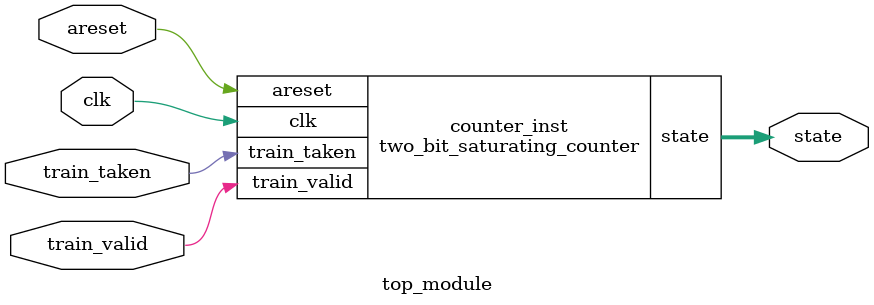
<source format=sv>
module two_bit_saturating_counter (
    input clk,
    input areset,
    input train_valid,
    input train_taken,
    output reg [1:0] state
);

    always @(posedge clk or posedge areset) begin
        if (areset) begin
            state <= 2'b01; // reset to weakly not-taken
        end else if (train_valid) begin
            if (train_taken && (state < 2'b11)) begin // increment condition
                state <= state + 1;
            end else if (!train_taken && (state > 2'b00)) begin // decrement condition
                state <= state - 1;
            end
        end
    end

endmodule
module top_module(
    input clk,
    input areset,
    input train_valid,
    input train_taken,
    output logic [1:0] state
);

    two_bit_saturating_counter counter_inst (
        .clk(clk),
        .areset(areset),
        .train_valid(train_valid),
        .train_taken(train_taken),
        .state(state)
    );

endmodule

</source>
